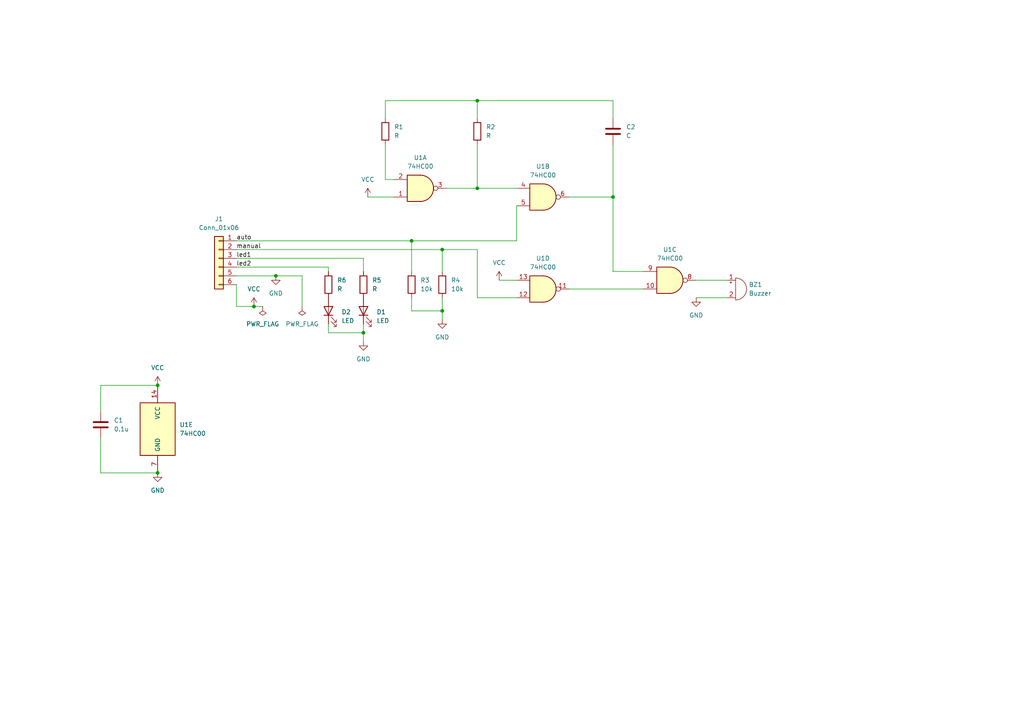
<source format=kicad_sch>
(kicad_sch (version 20211123) (generator eeschema)

  (uuid e63e39d7-6ac0-4ffd-8aa3-1841a4541b55)

  (paper "A4")

  (lib_symbols
    (symbol "74xx:74HC00" (pin_names (offset 1.016)) (in_bom yes) (on_board yes)
      (property "Reference" "U" (id 0) (at 0 1.27 0)
        (effects (font (size 1.27 1.27)))
      )
      (property "Value" "74HC00" (id 1) (at 0 -1.27 0)
        (effects (font (size 1.27 1.27)))
      )
      (property "Footprint" "" (id 2) (at 0 0 0)
        (effects (font (size 1.27 1.27)) hide)
      )
      (property "Datasheet" "http://www.ti.com/lit/gpn/sn74hc00" (id 3) (at 0 0 0)
        (effects (font (size 1.27 1.27)) hide)
      )
      (property "ki_locked" "" (id 4) (at 0 0 0)
        (effects (font (size 1.27 1.27)))
      )
      (property "ki_keywords" "HCMOS nand 2-input" (id 5) (at 0 0 0)
        (effects (font (size 1.27 1.27)) hide)
      )
      (property "ki_description" "quad 2-input NAND gate" (id 6) (at 0 0 0)
        (effects (font (size 1.27 1.27)) hide)
      )
      (property "ki_fp_filters" "DIP*W7.62mm* SO14*" (id 7) (at 0 0 0)
        (effects (font (size 1.27 1.27)) hide)
      )
      (symbol "74HC00_1_1"
        (arc (start 0 -3.81) (mid 3.81 0) (end 0 3.81)
          (stroke (width 0.254) (type default) (color 0 0 0 0))
          (fill (type background))
        )
        (polyline
          (pts
            (xy 0 3.81)
            (xy -3.81 3.81)
            (xy -3.81 -3.81)
            (xy 0 -3.81)
          )
          (stroke (width 0.254) (type default) (color 0 0 0 0))
          (fill (type background))
        )
        (pin input line (at -7.62 2.54 0) (length 3.81)
          (name "~" (effects (font (size 1.27 1.27))))
          (number "1" (effects (font (size 1.27 1.27))))
        )
        (pin input line (at -7.62 -2.54 0) (length 3.81)
          (name "~" (effects (font (size 1.27 1.27))))
          (number "2" (effects (font (size 1.27 1.27))))
        )
        (pin output inverted (at 7.62 0 180) (length 3.81)
          (name "~" (effects (font (size 1.27 1.27))))
          (number "3" (effects (font (size 1.27 1.27))))
        )
      )
      (symbol "74HC00_1_2"
        (arc (start -3.81 -3.81) (mid -2.589 0) (end -3.81 3.81)
          (stroke (width 0.254) (type default) (color 0 0 0 0))
          (fill (type none))
        )
        (arc (start -0.6096 -3.81) (mid 2.1855 -2.584) (end 3.81 0)
          (stroke (width 0.254) (type default) (color 0 0 0 0))
          (fill (type background))
        )
        (polyline
          (pts
            (xy -3.81 -3.81)
            (xy -0.635 -3.81)
          )
          (stroke (width 0.254) (type default) (color 0 0 0 0))
          (fill (type background))
        )
        (polyline
          (pts
            (xy -3.81 3.81)
            (xy -0.635 3.81)
          )
          (stroke (width 0.254) (type default) (color 0 0 0 0))
          (fill (type background))
        )
        (polyline
          (pts
            (xy -0.635 3.81)
            (xy -3.81 3.81)
            (xy -3.81 3.81)
            (xy -3.556 3.4036)
            (xy -3.0226 2.2606)
            (xy -2.6924 1.0414)
            (xy -2.6162 -0.254)
            (xy -2.7686 -1.4986)
            (xy -3.175 -2.7178)
            (xy -3.81 -3.81)
            (xy -3.81 -3.81)
            (xy -0.635 -3.81)
          )
          (stroke (width -25.4) (type default) (color 0 0 0 0))
          (fill (type background))
        )
        (arc (start 3.81 0) (mid 2.1928 2.5925) (end -0.6096 3.81)
          (stroke (width 0.254) (type default) (color 0 0 0 0))
          (fill (type background))
        )
        (pin input inverted (at -7.62 2.54 0) (length 4.318)
          (name "~" (effects (font (size 1.27 1.27))))
          (number "1" (effects (font (size 1.27 1.27))))
        )
        (pin input inverted (at -7.62 -2.54 0) (length 4.318)
          (name "~" (effects (font (size 1.27 1.27))))
          (number "2" (effects (font (size 1.27 1.27))))
        )
        (pin output line (at 7.62 0 180) (length 3.81)
          (name "~" (effects (font (size 1.27 1.27))))
          (number "3" (effects (font (size 1.27 1.27))))
        )
      )
      (symbol "74HC00_2_1"
        (arc (start 0 -3.81) (mid 3.81 0) (end 0 3.81)
          (stroke (width 0.254) (type default) (color 0 0 0 0))
          (fill (type background))
        )
        (polyline
          (pts
            (xy 0 3.81)
            (xy -3.81 3.81)
            (xy -3.81 -3.81)
            (xy 0 -3.81)
          )
          (stroke (width 0.254) (type default) (color 0 0 0 0))
          (fill (type background))
        )
        (pin input line (at -7.62 2.54 0) (length 3.81)
          (name "~" (effects (font (size 1.27 1.27))))
          (number "4" (effects (font (size 1.27 1.27))))
        )
        (pin input line (at -7.62 -2.54 0) (length 3.81)
          (name "~" (effects (font (size 1.27 1.27))))
          (number "5" (effects (font (size 1.27 1.27))))
        )
        (pin output inverted (at 7.62 0 180) (length 3.81)
          (name "~" (effects (font (size 1.27 1.27))))
          (number "6" (effects (font (size 1.27 1.27))))
        )
      )
      (symbol "74HC00_2_2"
        (arc (start -3.81 -3.81) (mid -2.589 0) (end -3.81 3.81)
          (stroke (width 0.254) (type default) (color 0 0 0 0))
          (fill (type none))
        )
        (arc (start -0.6096 -3.81) (mid 2.1855 -2.584) (end 3.81 0)
          (stroke (width 0.254) (type default) (color 0 0 0 0))
          (fill (type background))
        )
        (polyline
          (pts
            (xy -3.81 -3.81)
            (xy -0.635 -3.81)
          )
          (stroke (width 0.254) (type default) (color 0 0 0 0))
          (fill (type background))
        )
        (polyline
          (pts
            (xy -3.81 3.81)
            (xy -0.635 3.81)
          )
          (stroke (width 0.254) (type default) (color 0 0 0 0))
          (fill (type background))
        )
        (polyline
          (pts
            (xy -0.635 3.81)
            (xy -3.81 3.81)
            (xy -3.81 3.81)
            (xy -3.556 3.4036)
            (xy -3.0226 2.2606)
            (xy -2.6924 1.0414)
            (xy -2.6162 -0.254)
            (xy -2.7686 -1.4986)
            (xy -3.175 -2.7178)
            (xy -3.81 -3.81)
            (xy -3.81 -3.81)
            (xy -0.635 -3.81)
          )
          (stroke (width -25.4) (type default) (color 0 0 0 0))
          (fill (type background))
        )
        (arc (start 3.81 0) (mid 2.1928 2.5925) (end -0.6096 3.81)
          (stroke (width 0.254) (type default) (color 0 0 0 0))
          (fill (type background))
        )
        (pin input inverted (at -7.62 2.54 0) (length 4.318)
          (name "~" (effects (font (size 1.27 1.27))))
          (number "4" (effects (font (size 1.27 1.27))))
        )
        (pin input inverted (at -7.62 -2.54 0) (length 4.318)
          (name "~" (effects (font (size 1.27 1.27))))
          (number "5" (effects (font (size 1.27 1.27))))
        )
        (pin output line (at 7.62 0 180) (length 3.81)
          (name "~" (effects (font (size 1.27 1.27))))
          (number "6" (effects (font (size 1.27 1.27))))
        )
      )
      (symbol "74HC00_3_1"
        (arc (start 0 -3.81) (mid 3.81 0) (end 0 3.81)
          (stroke (width 0.254) (type default) (color 0 0 0 0))
          (fill (type background))
        )
        (polyline
          (pts
            (xy 0 3.81)
            (xy -3.81 3.81)
            (xy -3.81 -3.81)
            (xy 0 -3.81)
          )
          (stroke (width 0.254) (type default) (color 0 0 0 0))
          (fill (type background))
        )
        (pin input line (at -7.62 -2.54 0) (length 3.81)
          (name "~" (effects (font (size 1.27 1.27))))
          (number "10" (effects (font (size 1.27 1.27))))
        )
        (pin output inverted (at 7.62 0 180) (length 3.81)
          (name "~" (effects (font (size 1.27 1.27))))
          (number "8" (effects (font (size 1.27 1.27))))
        )
        (pin input line (at -7.62 2.54 0) (length 3.81)
          (name "~" (effects (font (size 1.27 1.27))))
          (number "9" (effects (font (size 1.27 1.27))))
        )
      )
      (symbol "74HC00_3_2"
        (arc (start -3.81 -3.81) (mid -2.589 0) (end -3.81 3.81)
          (stroke (width 0.254) (type default) (color 0 0 0 0))
          (fill (type none))
        )
        (arc (start -0.6096 -3.81) (mid 2.1855 -2.584) (end 3.81 0)
          (stroke (width 0.254) (type default) (color 0 0 0 0))
          (fill (type background))
        )
        (polyline
          (pts
            (xy -3.81 -3.81)
            (xy -0.635 -3.81)
          )
          (stroke (width 0.254) (type default) (color 0 0 0 0))
          (fill (type background))
        )
        (polyline
          (pts
            (xy -3.81 3.81)
            (xy -0.635 3.81)
          )
          (stroke (width 0.254) (type default) (color 0 0 0 0))
          (fill (type background))
        )
        (polyline
          (pts
            (xy -0.635 3.81)
            (xy -3.81 3.81)
            (xy -3.81 3.81)
            (xy -3.556 3.4036)
            (xy -3.0226 2.2606)
            (xy -2.6924 1.0414)
            (xy -2.6162 -0.254)
            (xy -2.7686 -1.4986)
            (xy -3.175 -2.7178)
            (xy -3.81 -3.81)
            (xy -3.81 -3.81)
            (xy -0.635 -3.81)
          )
          (stroke (width -25.4) (type default) (color 0 0 0 0))
          (fill (type background))
        )
        (arc (start 3.81 0) (mid 2.1928 2.5925) (end -0.6096 3.81)
          (stroke (width 0.254) (type default) (color 0 0 0 0))
          (fill (type background))
        )
        (pin input inverted (at -7.62 -2.54 0) (length 4.318)
          (name "~" (effects (font (size 1.27 1.27))))
          (number "10" (effects (font (size 1.27 1.27))))
        )
        (pin output line (at 7.62 0 180) (length 3.81)
          (name "~" (effects (font (size 1.27 1.27))))
          (number "8" (effects (font (size 1.27 1.27))))
        )
        (pin input inverted (at -7.62 2.54 0) (length 4.318)
          (name "~" (effects (font (size 1.27 1.27))))
          (number "9" (effects (font (size 1.27 1.27))))
        )
      )
      (symbol "74HC00_4_1"
        (arc (start 0 -3.81) (mid 3.81 0) (end 0 3.81)
          (stroke (width 0.254) (type default) (color 0 0 0 0))
          (fill (type background))
        )
        (polyline
          (pts
            (xy 0 3.81)
            (xy -3.81 3.81)
            (xy -3.81 -3.81)
            (xy 0 -3.81)
          )
          (stroke (width 0.254) (type default) (color 0 0 0 0))
          (fill (type background))
        )
        (pin output inverted (at 7.62 0 180) (length 3.81)
          (name "~" (effects (font (size 1.27 1.27))))
          (number "11" (effects (font (size 1.27 1.27))))
        )
        (pin input line (at -7.62 2.54 0) (length 3.81)
          (name "~" (effects (font (size 1.27 1.27))))
          (number "12" (effects (font (size 1.27 1.27))))
        )
        (pin input line (at -7.62 -2.54 0) (length 3.81)
          (name "~" (effects (font (size 1.27 1.27))))
          (number "13" (effects (font (size 1.27 1.27))))
        )
      )
      (symbol "74HC00_4_2"
        (arc (start -3.81 -3.81) (mid -2.589 0) (end -3.81 3.81)
          (stroke (width 0.254) (type default) (color 0 0 0 0))
          (fill (type none))
        )
        (arc (start -0.6096 -3.81) (mid 2.1855 -2.584) (end 3.81 0)
          (stroke (width 0.254) (type default) (color 0 0 0 0))
          (fill (type background))
        )
        (polyline
          (pts
            (xy -3.81 -3.81)
            (xy -0.635 -3.81)
          )
          (stroke (width 0.254) (type default) (color 0 0 0 0))
          (fill (type background))
        )
        (polyline
          (pts
            (xy -3.81 3.81)
            (xy -0.635 3.81)
          )
          (stroke (width 0.254) (type default) (color 0 0 0 0))
          (fill (type background))
        )
        (polyline
          (pts
            (xy -0.635 3.81)
            (xy -3.81 3.81)
            (xy -3.81 3.81)
            (xy -3.556 3.4036)
            (xy -3.0226 2.2606)
            (xy -2.6924 1.0414)
            (xy -2.6162 -0.254)
            (xy -2.7686 -1.4986)
            (xy -3.175 -2.7178)
            (xy -3.81 -3.81)
            (xy -3.81 -3.81)
            (xy -0.635 -3.81)
          )
          (stroke (width -25.4) (type default) (color 0 0 0 0))
          (fill (type background))
        )
        (arc (start 3.81 0) (mid 2.1928 2.5925) (end -0.6096 3.81)
          (stroke (width 0.254) (type default) (color 0 0 0 0))
          (fill (type background))
        )
        (pin output line (at 7.62 0 180) (length 3.81)
          (name "~" (effects (font (size 1.27 1.27))))
          (number "11" (effects (font (size 1.27 1.27))))
        )
        (pin input inverted (at -7.62 2.54 0) (length 4.318)
          (name "~" (effects (font (size 1.27 1.27))))
          (number "12" (effects (font (size 1.27 1.27))))
        )
        (pin input inverted (at -7.62 -2.54 0) (length 4.318)
          (name "~" (effects (font (size 1.27 1.27))))
          (number "13" (effects (font (size 1.27 1.27))))
        )
      )
      (symbol "74HC00_5_0"
        (pin power_in line (at 0 12.7 270) (length 5.08)
          (name "VCC" (effects (font (size 1.27 1.27))))
          (number "14" (effects (font (size 1.27 1.27))))
        )
        (pin power_in line (at 0 -12.7 90) (length 5.08)
          (name "GND" (effects (font (size 1.27 1.27))))
          (number "7" (effects (font (size 1.27 1.27))))
        )
      )
      (symbol "74HC00_5_1"
        (rectangle (start -5.08 7.62) (end 5.08 -7.62)
          (stroke (width 0.254) (type default) (color 0 0 0 0))
          (fill (type background))
        )
      )
    )
    (symbol "Connector_Generic:Conn_01x06" (pin_names (offset 1.016) hide) (in_bom yes) (on_board yes)
      (property "Reference" "J" (id 0) (at 0 7.62 0)
        (effects (font (size 1.27 1.27)))
      )
      (property "Value" "Conn_01x06" (id 1) (at 0 -10.16 0)
        (effects (font (size 1.27 1.27)))
      )
      (property "Footprint" "" (id 2) (at 0 0 0)
        (effects (font (size 1.27 1.27)) hide)
      )
      (property "Datasheet" "~" (id 3) (at 0 0 0)
        (effects (font (size 1.27 1.27)) hide)
      )
      (property "ki_keywords" "connector" (id 4) (at 0 0 0)
        (effects (font (size 1.27 1.27)) hide)
      )
      (property "ki_description" "Generic connector, single row, 01x06, script generated (kicad-library-utils/schlib/autogen/connector/)" (id 5) (at 0 0 0)
        (effects (font (size 1.27 1.27)) hide)
      )
      (property "ki_fp_filters" "Connector*:*_1x??_*" (id 6) (at 0 0 0)
        (effects (font (size 1.27 1.27)) hide)
      )
      (symbol "Conn_01x06_1_1"
        (rectangle (start -1.27 -7.493) (end 0 -7.747)
          (stroke (width 0.1524) (type default) (color 0 0 0 0))
          (fill (type none))
        )
        (rectangle (start -1.27 -4.953) (end 0 -5.207)
          (stroke (width 0.1524) (type default) (color 0 0 0 0))
          (fill (type none))
        )
        (rectangle (start -1.27 -2.413) (end 0 -2.667)
          (stroke (width 0.1524) (type default) (color 0 0 0 0))
          (fill (type none))
        )
        (rectangle (start -1.27 0.127) (end 0 -0.127)
          (stroke (width 0.1524) (type default) (color 0 0 0 0))
          (fill (type none))
        )
        (rectangle (start -1.27 2.667) (end 0 2.413)
          (stroke (width 0.1524) (type default) (color 0 0 0 0))
          (fill (type none))
        )
        (rectangle (start -1.27 5.207) (end 0 4.953)
          (stroke (width 0.1524) (type default) (color 0 0 0 0))
          (fill (type none))
        )
        (rectangle (start -1.27 6.35) (end 1.27 -8.89)
          (stroke (width 0.254) (type default) (color 0 0 0 0))
          (fill (type background))
        )
        (pin passive line (at -5.08 5.08 0) (length 3.81)
          (name "Pin_1" (effects (font (size 1.27 1.27))))
          (number "1" (effects (font (size 1.27 1.27))))
        )
        (pin passive line (at -5.08 2.54 0) (length 3.81)
          (name "Pin_2" (effects (font (size 1.27 1.27))))
          (number "2" (effects (font (size 1.27 1.27))))
        )
        (pin passive line (at -5.08 0 0) (length 3.81)
          (name "Pin_3" (effects (font (size 1.27 1.27))))
          (number "3" (effects (font (size 1.27 1.27))))
        )
        (pin passive line (at -5.08 -2.54 0) (length 3.81)
          (name "Pin_4" (effects (font (size 1.27 1.27))))
          (number "4" (effects (font (size 1.27 1.27))))
        )
        (pin passive line (at -5.08 -5.08 0) (length 3.81)
          (name "Pin_5" (effects (font (size 1.27 1.27))))
          (number "5" (effects (font (size 1.27 1.27))))
        )
        (pin passive line (at -5.08 -7.62 0) (length 3.81)
          (name "Pin_6" (effects (font (size 1.27 1.27))))
          (number "6" (effects (font (size 1.27 1.27))))
        )
      )
    )
    (symbol "Device:Buzzer" (pin_names (offset 0.0254) hide) (in_bom yes) (on_board yes)
      (property "Reference" "BZ" (id 0) (at 3.81 1.27 0)
        (effects (font (size 1.27 1.27)) (justify left))
      )
      (property "Value" "Buzzer" (id 1) (at 3.81 -1.27 0)
        (effects (font (size 1.27 1.27)) (justify left))
      )
      (property "Footprint" "" (id 2) (at -0.635 2.54 90)
        (effects (font (size 1.27 1.27)) hide)
      )
      (property "Datasheet" "~" (id 3) (at -0.635 2.54 90)
        (effects (font (size 1.27 1.27)) hide)
      )
      (property "ki_keywords" "quartz resonator ceramic" (id 4) (at 0 0 0)
        (effects (font (size 1.27 1.27)) hide)
      )
      (property "ki_description" "Buzzer, polarized" (id 5) (at 0 0 0)
        (effects (font (size 1.27 1.27)) hide)
      )
      (property "ki_fp_filters" "*Buzzer*" (id 6) (at 0 0 0)
        (effects (font (size 1.27 1.27)) hide)
      )
      (symbol "Buzzer_0_1"
        (arc (start 0 -3.175) (mid 3.175 0) (end 0 3.175)
          (stroke (width 0) (type default) (color 0 0 0 0))
          (fill (type none))
        )
        (polyline
          (pts
            (xy -1.651 1.905)
            (xy -1.143 1.905)
          )
          (stroke (width 0) (type default) (color 0 0 0 0))
          (fill (type none))
        )
        (polyline
          (pts
            (xy -1.397 2.159)
            (xy -1.397 1.651)
          )
          (stroke (width 0) (type default) (color 0 0 0 0))
          (fill (type none))
        )
        (polyline
          (pts
            (xy 0 3.175)
            (xy 0 -3.175)
          )
          (stroke (width 0) (type default) (color 0 0 0 0))
          (fill (type none))
        )
      )
      (symbol "Buzzer_1_1"
        (pin passive line (at -2.54 2.54 0) (length 2.54)
          (name "-" (effects (font (size 1.27 1.27))))
          (number "1" (effects (font (size 1.27 1.27))))
        )
        (pin passive line (at -2.54 -2.54 0) (length 2.54)
          (name "+" (effects (font (size 1.27 1.27))))
          (number "2" (effects (font (size 1.27 1.27))))
        )
      )
    )
    (symbol "Device:C" (pin_numbers hide) (pin_names (offset 0.254)) (in_bom yes) (on_board yes)
      (property "Reference" "C" (id 0) (at 0.635 2.54 0)
        (effects (font (size 1.27 1.27)) (justify left))
      )
      (property "Value" "C" (id 1) (at 0.635 -2.54 0)
        (effects (font (size 1.27 1.27)) (justify left))
      )
      (property "Footprint" "" (id 2) (at 0.9652 -3.81 0)
        (effects (font (size 1.27 1.27)) hide)
      )
      (property "Datasheet" "~" (id 3) (at 0 0 0)
        (effects (font (size 1.27 1.27)) hide)
      )
      (property "ki_keywords" "cap capacitor" (id 4) (at 0 0 0)
        (effects (font (size 1.27 1.27)) hide)
      )
      (property "ki_description" "Unpolarized capacitor" (id 5) (at 0 0 0)
        (effects (font (size 1.27 1.27)) hide)
      )
      (property "ki_fp_filters" "C_*" (id 6) (at 0 0 0)
        (effects (font (size 1.27 1.27)) hide)
      )
      (symbol "C_0_1"
        (polyline
          (pts
            (xy -2.032 -0.762)
            (xy 2.032 -0.762)
          )
          (stroke (width 0.508) (type default) (color 0 0 0 0))
          (fill (type none))
        )
        (polyline
          (pts
            (xy -2.032 0.762)
            (xy 2.032 0.762)
          )
          (stroke (width 0.508) (type default) (color 0 0 0 0))
          (fill (type none))
        )
      )
      (symbol "C_1_1"
        (pin passive line (at 0 3.81 270) (length 2.794)
          (name "~" (effects (font (size 1.27 1.27))))
          (number "1" (effects (font (size 1.27 1.27))))
        )
        (pin passive line (at 0 -3.81 90) (length 2.794)
          (name "~" (effects (font (size 1.27 1.27))))
          (number "2" (effects (font (size 1.27 1.27))))
        )
      )
    )
    (symbol "Device:LED" (pin_numbers hide) (pin_names (offset 1.016) hide) (in_bom yes) (on_board yes)
      (property "Reference" "D" (id 0) (at 0 2.54 0)
        (effects (font (size 1.27 1.27)))
      )
      (property "Value" "LED" (id 1) (at 0 -2.54 0)
        (effects (font (size 1.27 1.27)))
      )
      (property "Footprint" "" (id 2) (at 0 0 0)
        (effects (font (size 1.27 1.27)) hide)
      )
      (property "Datasheet" "~" (id 3) (at 0 0 0)
        (effects (font (size 1.27 1.27)) hide)
      )
      (property "ki_keywords" "LED diode" (id 4) (at 0 0 0)
        (effects (font (size 1.27 1.27)) hide)
      )
      (property "ki_description" "Light emitting diode" (id 5) (at 0 0 0)
        (effects (font (size 1.27 1.27)) hide)
      )
      (property "ki_fp_filters" "LED* LED_SMD:* LED_THT:*" (id 6) (at 0 0 0)
        (effects (font (size 1.27 1.27)) hide)
      )
      (symbol "LED_0_1"
        (polyline
          (pts
            (xy -1.27 -1.27)
            (xy -1.27 1.27)
          )
          (stroke (width 0.254) (type default) (color 0 0 0 0))
          (fill (type none))
        )
        (polyline
          (pts
            (xy -1.27 0)
            (xy 1.27 0)
          )
          (stroke (width 0) (type default) (color 0 0 0 0))
          (fill (type none))
        )
        (polyline
          (pts
            (xy 1.27 -1.27)
            (xy 1.27 1.27)
            (xy -1.27 0)
            (xy 1.27 -1.27)
          )
          (stroke (width 0.254) (type default) (color 0 0 0 0))
          (fill (type none))
        )
        (polyline
          (pts
            (xy -3.048 -0.762)
            (xy -4.572 -2.286)
            (xy -3.81 -2.286)
            (xy -4.572 -2.286)
            (xy -4.572 -1.524)
          )
          (stroke (width 0) (type default) (color 0 0 0 0))
          (fill (type none))
        )
        (polyline
          (pts
            (xy -1.778 -0.762)
            (xy -3.302 -2.286)
            (xy -2.54 -2.286)
            (xy -3.302 -2.286)
            (xy -3.302 -1.524)
          )
          (stroke (width 0) (type default) (color 0 0 0 0))
          (fill (type none))
        )
      )
      (symbol "LED_1_1"
        (pin passive line (at -3.81 0 0) (length 2.54)
          (name "K" (effects (font (size 1.27 1.27))))
          (number "1" (effects (font (size 1.27 1.27))))
        )
        (pin passive line (at 3.81 0 180) (length 2.54)
          (name "A" (effects (font (size 1.27 1.27))))
          (number "2" (effects (font (size 1.27 1.27))))
        )
      )
    )
    (symbol "Device:R" (pin_numbers hide) (pin_names (offset 0)) (in_bom yes) (on_board yes)
      (property "Reference" "R" (id 0) (at 2.032 0 90)
        (effects (font (size 1.27 1.27)))
      )
      (property "Value" "R" (id 1) (at 0 0 90)
        (effects (font (size 1.27 1.27)))
      )
      (property "Footprint" "" (id 2) (at -1.778 0 90)
        (effects (font (size 1.27 1.27)) hide)
      )
      (property "Datasheet" "~" (id 3) (at 0 0 0)
        (effects (font (size 1.27 1.27)) hide)
      )
      (property "ki_keywords" "R res resistor" (id 4) (at 0 0 0)
        (effects (font (size 1.27 1.27)) hide)
      )
      (property "ki_description" "Resistor" (id 5) (at 0 0 0)
        (effects (font (size 1.27 1.27)) hide)
      )
      (property "ki_fp_filters" "R_*" (id 6) (at 0 0 0)
        (effects (font (size 1.27 1.27)) hide)
      )
      (symbol "R_0_1"
        (rectangle (start -1.016 -2.54) (end 1.016 2.54)
          (stroke (width 0.254) (type default) (color 0 0 0 0))
          (fill (type none))
        )
      )
      (symbol "R_1_1"
        (pin passive line (at 0 3.81 270) (length 1.27)
          (name "~" (effects (font (size 1.27 1.27))))
          (number "1" (effects (font (size 1.27 1.27))))
        )
        (pin passive line (at 0 -3.81 90) (length 1.27)
          (name "~" (effects (font (size 1.27 1.27))))
          (number "2" (effects (font (size 1.27 1.27))))
        )
      )
    )
    (symbol "power:GND" (power) (pin_names (offset 0)) (in_bom yes) (on_board yes)
      (property "Reference" "#PWR" (id 0) (at 0 -6.35 0)
        (effects (font (size 1.27 1.27)) hide)
      )
      (property "Value" "GND" (id 1) (at 0 -3.81 0)
        (effects (font (size 1.27 1.27)))
      )
      (property "Footprint" "" (id 2) (at 0 0 0)
        (effects (font (size 1.27 1.27)) hide)
      )
      (property "Datasheet" "" (id 3) (at 0 0 0)
        (effects (font (size 1.27 1.27)) hide)
      )
      (property "ki_keywords" "power-flag" (id 4) (at 0 0 0)
        (effects (font (size 1.27 1.27)) hide)
      )
      (property "ki_description" "Power symbol creates a global label with name \"GND\" , ground" (id 5) (at 0 0 0)
        (effects (font (size 1.27 1.27)) hide)
      )
      (symbol "GND_0_1"
        (polyline
          (pts
            (xy 0 0)
            (xy 0 -1.27)
            (xy 1.27 -1.27)
            (xy 0 -2.54)
            (xy -1.27 -1.27)
            (xy 0 -1.27)
          )
          (stroke (width 0) (type default) (color 0 0 0 0))
          (fill (type none))
        )
      )
      (symbol "GND_1_1"
        (pin power_in line (at 0 0 270) (length 0) hide
          (name "GND" (effects (font (size 1.27 1.27))))
          (number "1" (effects (font (size 1.27 1.27))))
        )
      )
    )
    (symbol "power:PWR_FLAG" (power) (pin_numbers hide) (pin_names (offset 0) hide) (in_bom yes) (on_board yes)
      (property "Reference" "#FLG" (id 0) (at 0 1.905 0)
        (effects (font (size 1.27 1.27)) hide)
      )
      (property "Value" "PWR_FLAG" (id 1) (at 0 3.81 0)
        (effects (font (size 1.27 1.27)))
      )
      (property "Footprint" "" (id 2) (at 0 0 0)
        (effects (font (size 1.27 1.27)) hide)
      )
      (property "Datasheet" "~" (id 3) (at 0 0 0)
        (effects (font (size 1.27 1.27)) hide)
      )
      (property "ki_keywords" "power-flag" (id 4) (at 0 0 0)
        (effects (font (size 1.27 1.27)) hide)
      )
      (property "ki_description" "Special symbol for telling ERC where power comes from" (id 5) (at 0 0 0)
        (effects (font (size 1.27 1.27)) hide)
      )
      (symbol "PWR_FLAG_0_0"
        (pin power_out line (at 0 0 90) (length 0)
          (name "pwr" (effects (font (size 1.27 1.27))))
          (number "1" (effects (font (size 1.27 1.27))))
        )
      )
      (symbol "PWR_FLAG_0_1"
        (polyline
          (pts
            (xy 0 0)
            (xy 0 1.27)
            (xy -1.016 1.905)
            (xy 0 2.54)
            (xy 1.016 1.905)
            (xy 0 1.27)
          )
          (stroke (width 0) (type default) (color 0 0 0 0))
          (fill (type none))
        )
      )
    )
    (symbol "power:VCC" (power) (pin_names (offset 0)) (in_bom yes) (on_board yes)
      (property "Reference" "#PWR" (id 0) (at 0 -3.81 0)
        (effects (font (size 1.27 1.27)) hide)
      )
      (property "Value" "VCC" (id 1) (at 0 3.81 0)
        (effects (font (size 1.27 1.27)))
      )
      (property "Footprint" "" (id 2) (at 0 0 0)
        (effects (font (size 1.27 1.27)) hide)
      )
      (property "Datasheet" "" (id 3) (at 0 0 0)
        (effects (font (size 1.27 1.27)) hide)
      )
      (property "ki_keywords" "power-flag" (id 4) (at 0 0 0)
        (effects (font (size 1.27 1.27)) hide)
      )
      (property "ki_description" "Power symbol creates a global label with name \"VCC\"" (id 5) (at 0 0 0)
        (effects (font (size 1.27 1.27)) hide)
      )
      (symbol "VCC_0_1"
        (polyline
          (pts
            (xy -0.762 1.27)
            (xy 0 2.54)
          )
          (stroke (width 0) (type default) (color 0 0 0 0))
          (fill (type none))
        )
        (polyline
          (pts
            (xy 0 0)
            (xy 0 2.54)
          )
          (stroke (width 0) (type default) (color 0 0 0 0))
          (fill (type none))
        )
        (polyline
          (pts
            (xy 0 2.54)
            (xy 0.762 1.27)
          )
          (stroke (width 0) (type default) (color 0 0 0 0))
          (fill (type none))
        )
      )
      (symbol "VCC_1_1"
        (pin power_in line (at 0 0 90) (length 0) hide
          (name "VCC" (effects (font (size 1.27 1.27))))
          (number "1" (effects (font (size 1.27 1.27))))
        )
      )
    )
  )

  (junction (at 45.72 111.76) (diameter 0) (color 0 0 0 0)
    (uuid 0543a092-94d5-4c57-ad50-3b1ead9f026d)
  )
  (junction (at 80.01 80.01) (diameter 0) (color 0 0 0 0)
    (uuid 0c0d9cdd-bad3-4223-bc8d-287c4860701f)
  )
  (junction (at 138.43 54.61) (diameter 0) (color 0 0 0 0)
    (uuid 2c3bdee3-131c-4ab9-b0f8-006d1db84015)
  )
  (junction (at 138.43 29.21) (diameter 0) (color 0 0 0 0)
    (uuid 2fb54651-e5df-4ffd-bbfd-3329a8c51bec)
  )
  (junction (at 73.66 88.9) (diameter 0) (color 0 0 0 0)
    (uuid 3f903c4d-5deb-4766-a70d-fca87692c76b)
  )
  (junction (at 177.8 57.15) (diameter 0) (color 0 0 0 0)
    (uuid 9a1a2046-7857-43b3-805a-38aa42ddaa86)
  )
  (junction (at 119.38 69.85) (diameter 0) (color 0 0 0 0)
    (uuid a797df6b-da07-482e-92c5-64657eedd921)
  )
  (junction (at 128.27 90.17) (diameter 0) (color 0 0 0 0)
    (uuid af523c43-509d-482a-867a-108f216f919a)
  )
  (junction (at 45.72 137.16) (diameter 0) (color 0 0 0 0)
    (uuid c6cd3ce4-573c-4bd4-9ed2-8437a3f70ef1)
  )
  (junction (at 105.41 96.52) (diameter 0) (color 0 0 0 0)
    (uuid d3f194e7-b12a-4b58-8c8d-71ab6a184545)
  )
  (junction (at 128.27 72.39) (diameter 0) (color 0 0 0 0)
    (uuid f94c5fce-1d9e-4753-9ac6-ab19b89526a9)
  )

  (wire (pts (xy 95.25 93.98) (xy 95.25 96.52))
    (stroke (width 0) (type default) (color 0 0 0 0))
    (uuid 00345c8e-1bf2-4fa2-ab66-bb244c7ca564)
  )
  (wire (pts (xy 29.21 127) (xy 29.21 137.16))
    (stroke (width 0) (type default) (color 0 0 0 0))
    (uuid 0ada0838-2ca5-4044-ac89-860e060787ba)
  )
  (wire (pts (xy 80.01 80.01) (xy 87.63 80.01))
    (stroke (width 0) (type default) (color 0 0 0 0))
    (uuid 0d9f84d1-16f8-4009-90f2-5d4ad6c8401e)
  )
  (wire (pts (xy 106.68 57.15) (xy 114.3 57.15))
    (stroke (width 0) (type default) (color 0 0 0 0))
    (uuid 0dccfc25-377d-4243-b07c-b0069b2b26c1)
  )
  (wire (pts (xy 73.66 88.9) (xy 76.2 88.9))
    (stroke (width 0) (type default) (color 0 0 0 0))
    (uuid 174c0103-2ae5-4b43-aaf4-b6d35d41f6cb)
  )
  (wire (pts (xy 68.58 72.39) (xy 128.27 72.39))
    (stroke (width 0) (type default) (color 0 0 0 0))
    (uuid 17843e8f-c02f-4792-b2c4-f61637f8e598)
  )
  (wire (pts (xy 177.8 78.74) (xy 186.69 78.74))
    (stroke (width 0) (type default) (color 0 0 0 0))
    (uuid 1a52a89c-8682-4b86-96c8-37e2c23085b0)
  )
  (wire (pts (xy 111.76 29.21) (xy 138.43 29.21))
    (stroke (width 0) (type default) (color 0 0 0 0))
    (uuid 1f5beb24-3b2e-478d-868e-22a9166bce3e)
  )
  (wire (pts (xy 165.1 83.82) (xy 186.69 83.82))
    (stroke (width 0) (type default) (color 0 0 0 0))
    (uuid 2249d8be-d947-462b-ae35-a1d0232aef5b)
  )
  (wire (pts (xy 119.38 69.85) (xy 119.38 78.74))
    (stroke (width 0) (type default) (color 0 0 0 0))
    (uuid 224b990f-fd77-41ae-a3cf-87a7de63eb0d)
  )
  (wire (pts (xy 68.58 74.93) (xy 105.41 74.93))
    (stroke (width 0) (type default) (color 0 0 0 0))
    (uuid 23185940-8d3f-4079-85a5-a7e34545c4ce)
  )
  (wire (pts (xy 114.3 52.07) (xy 111.76 52.07))
    (stroke (width 0) (type default) (color 0 0 0 0))
    (uuid 23ba4a6c-f61a-46f3-ac75-8bb5e52597b6)
  )
  (wire (pts (xy 68.58 88.9) (xy 73.66 88.9))
    (stroke (width 0) (type default) (color 0 0 0 0))
    (uuid 2ae71ce8-c768-4bc7-850c-bd0af025c583)
  )
  (wire (pts (xy 201.93 81.28) (xy 210.82 81.28))
    (stroke (width 0) (type default) (color 0 0 0 0))
    (uuid 2bdf0d10-74aa-4e61-82e9-546f713cd415)
  )
  (wire (pts (xy 105.41 96.52) (xy 105.41 99.06))
    (stroke (width 0) (type default) (color 0 0 0 0))
    (uuid 2f0f9b5e-8bba-4492-8899-5bd228117b31)
  )
  (wire (pts (xy 119.38 86.36) (xy 119.38 90.17))
    (stroke (width 0) (type default) (color 0 0 0 0))
    (uuid 30cd9c82-7ade-467e-870c-930f2e6dc805)
  )
  (wire (pts (xy 87.63 80.01) (xy 87.63 88.9))
    (stroke (width 0) (type default) (color 0 0 0 0))
    (uuid 3523257f-57e7-4232-a802-c53fd34e2bae)
  )
  (wire (pts (xy 201.93 86.36) (xy 210.82 86.36))
    (stroke (width 0) (type default) (color 0 0 0 0))
    (uuid 39af4ec2-1853-4408-99b8-e325b7f05d81)
  )
  (wire (pts (xy 128.27 86.36) (xy 128.27 90.17))
    (stroke (width 0) (type default) (color 0 0 0 0))
    (uuid 3a15b05f-a485-4232-bc74-722473e5e75a)
  )
  (wire (pts (xy 177.8 57.15) (xy 177.8 78.74))
    (stroke (width 0) (type default) (color 0 0 0 0))
    (uuid 3b7f0654-6e72-42da-835b-cdd9d7384bf4)
  )
  (wire (pts (xy 165.1 57.15) (xy 177.8 57.15))
    (stroke (width 0) (type default) (color 0 0 0 0))
    (uuid 42eaa9c5-0fee-4a98-add2-e062176deef9)
  )
  (wire (pts (xy 138.43 54.61) (xy 149.86 54.61))
    (stroke (width 0) (type default) (color 0 0 0 0))
    (uuid 5617c1e9-a065-416b-bb66-eca08e9f071b)
  )
  (wire (pts (xy 45.72 111.76) (xy 29.21 111.76))
    (stroke (width 0) (type default) (color 0 0 0 0))
    (uuid 58d0b8c5-b942-4515-9855-f901e0354a48)
  )
  (wire (pts (xy 111.76 29.21) (xy 111.76 34.29))
    (stroke (width 0) (type default) (color 0 0 0 0))
    (uuid 598f9c04-a2c7-45cb-a1dc-7583607665ff)
  )
  (wire (pts (xy 68.58 80.01) (xy 80.01 80.01))
    (stroke (width 0) (type default) (color 0 0 0 0))
    (uuid 5e0a9418-59d8-481b-bed5-9d5b17b4e4f2)
  )
  (wire (pts (xy 105.41 93.98) (xy 105.41 96.52))
    (stroke (width 0) (type default) (color 0 0 0 0))
    (uuid 64d234e6-9557-4892-b506-831607f8df49)
  )
  (wire (pts (xy 138.43 29.21) (xy 138.43 34.29))
    (stroke (width 0) (type default) (color 0 0 0 0))
    (uuid 680efd95-5e89-4585-8556-b7b485a85eb9)
  )
  (wire (pts (xy 128.27 72.39) (xy 138.43 72.39))
    (stroke (width 0) (type default) (color 0 0 0 0))
    (uuid 686636c6-e19c-4ad9-9861-8768e40f6c72)
  )
  (wire (pts (xy 119.38 90.17) (xy 128.27 90.17))
    (stroke (width 0) (type default) (color 0 0 0 0))
    (uuid 80ffd389-819c-4909-bdfd-368e74418af9)
  )
  (wire (pts (xy 138.43 41.91) (xy 138.43 54.61))
    (stroke (width 0) (type default) (color 0 0 0 0))
    (uuid 81c1edbd-d673-47e3-96a5-c7bd6de84919)
  )
  (wire (pts (xy 128.27 90.17) (xy 128.27 92.71))
    (stroke (width 0) (type default) (color 0 0 0 0))
    (uuid 85f2da59-dd5e-4824-a5b5-e68beb13291d)
  )
  (wire (pts (xy 129.54 54.61) (xy 138.43 54.61))
    (stroke (width 0) (type default) (color 0 0 0 0))
    (uuid 8f1094ac-8439-4f2a-b1db-d1b404a9ad3d)
  )
  (wire (pts (xy 149.86 69.85) (xy 149.86 59.69))
    (stroke (width 0) (type default) (color 0 0 0 0))
    (uuid 92b4afb9-8b98-4c28-933d-da5a2799c5c9)
  )
  (wire (pts (xy 68.58 82.55) (xy 68.58 88.9))
    (stroke (width 0) (type default) (color 0 0 0 0))
    (uuid 974dc5f0-3500-4950-b40e-1dcd627496a2)
  )
  (wire (pts (xy 128.27 72.39) (xy 128.27 78.74))
    (stroke (width 0) (type default) (color 0 0 0 0))
    (uuid 9c812173-1e0a-4bb6-9d75-7e1d2f57ad00)
  )
  (wire (pts (xy 68.58 69.85) (xy 119.38 69.85))
    (stroke (width 0) (type default) (color 0 0 0 0))
    (uuid a9fb15ee-d8b1-42ce-8da2-6c6577e61ec9)
  )
  (wire (pts (xy 29.21 111.76) (xy 29.21 119.38))
    (stroke (width 0) (type default) (color 0 0 0 0))
    (uuid acb2acbb-a6de-449d-8d40-276c0f1ab4d8)
  )
  (wire (pts (xy 95.25 77.47) (xy 68.58 77.47))
    (stroke (width 0) (type default) (color 0 0 0 0))
    (uuid b65f4776-177b-41fd-9262-7772a89f7649)
  )
  (wire (pts (xy 138.43 29.21) (xy 177.8 29.21))
    (stroke (width 0) (type default) (color 0 0 0 0))
    (uuid b75516d0-dd37-4180-8644-e257accedd0d)
  )
  (wire (pts (xy 144.78 81.28) (xy 149.86 81.28))
    (stroke (width 0) (type default) (color 0 0 0 0))
    (uuid b7a3823e-7340-417b-9709-17c45c0b343a)
  )
  (wire (pts (xy 95.25 96.52) (xy 105.41 96.52))
    (stroke (width 0) (type default) (color 0 0 0 0))
    (uuid beb318f5-1998-42dd-b99d-198efc3a9853)
  )
  (wire (pts (xy 177.8 41.91) (xy 177.8 57.15))
    (stroke (width 0) (type default) (color 0 0 0 0))
    (uuid c030468a-d468-416f-9a15-2fe570be486d)
  )
  (wire (pts (xy 95.25 78.74) (xy 95.25 77.47))
    (stroke (width 0) (type default) (color 0 0 0 0))
    (uuid ca13821c-4cd3-4f9a-99c1-0ab8bf2e9b5a)
  )
  (wire (pts (xy 119.38 69.85) (xy 149.86 69.85))
    (stroke (width 0) (type default) (color 0 0 0 0))
    (uuid da6019d7-3e6c-4a61-ae02-2b5da2b0c45f)
  )
  (wire (pts (xy 105.41 74.93) (xy 105.41 78.74))
    (stroke (width 0) (type default) (color 0 0 0 0))
    (uuid dcf04b3e-080f-4097-a964-6359e7a9d686)
  )
  (wire (pts (xy 138.43 72.39) (xy 138.43 86.36))
    (stroke (width 0) (type default) (color 0 0 0 0))
    (uuid de60e78d-b49c-4401-8a50-f68174472cb1)
  )
  (wire (pts (xy 29.21 137.16) (xy 45.72 137.16))
    (stroke (width 0) (type default) (color 0 0 0 0))
    (uuid ec477b90-f4cd-40d5-a8dc-9c283583c4f5)
  )
  (wire (pts (xy 138.43 86.36) (xy 149.86 86.36))
    (stroke (width 0) (type default) (color 0 0 0 0))
    (uuid f1653102-91a6-4e4b-9adb-0abe2f5eddd2)
  )
  (wire (pts (xy 111.76 52.07) (xy 111.76 41.91))
    (stroke (width 0) (type default) (color 0 0 0 0))
    (uuid f8d28331-eeae-4d87-867f-0a521759c2f1)
  )
  (wire (pts (xy 177.8 34.29) (xy 177.8 29.21))
    (stroke (width 0) (type default) (color 0 0 0 0))
    (uuid fbb6b872-3d3d-4726-84ce-fd13c7100781)
  )

  (label "auto" (at 68.58 69.85 0)
    (effects (font (size 1.27 1.27)) (justify left bottom))
    (uuid 1c77648d-f0c8-4e31-b256-ba93fcf62684)
  )
  (label "led1" (at 68.58 74.93 0)
    (effects (font (size 1.27 1.27)) (justify left bottom))
    (uuid 52601632-82d4-49f4-8d3e-30a884e6b927)
  )
  (label "led2" (at 68.58 77.47 0)
    (effects (font (size 1.27 1.27)) (justify left bottom))
    (uuid 86449dfe-caf0-48fb-8f91-9ce078c29c73)
  )
  (label "manual" (at 68.58 72.39 0)
    (effects (font (size 1.27 1.27)) (justify left bottom))
    (uuid 9d450d00-a95e-4ae8-9cdc-d70ad7fd6ed2)
  )

  (symbol (lib_id "74xx:74HC00") (at 45.72 124.46 0) (unit 5)
    (in_bom yes) (on_board yes) (fields_autoplaced)
    (uuid 054098ff-400b-4457-b57b-06529669971f)
    (property "Reference" "U1" (id 0) (at 52.07 123.1899 0)
      (effects (font (size 1.27 1.27)) (justify left))
    )
    (property "Value" "74HC00" (id 1) (at 52.07 125.7299 0)
      (effects (font (size 1.27 1.27)) (justify left))
    )
    (property "Footprint" "Package_SO:SO-14_5.3x10.2mm_P1.27mm" (id 2) (at 45.72 124.46 0)
      (effects (font (size 1.27 1.27)) hide)
    )
    (property "Datasheet" "http://www.ti.com/lit/gpn/sn74hc00" (id 3) (at 45.72 124.46 0)
      (effects (font (size 1.27 1.27)) hide)
    )
    (pin "14" (uuid 59885fbd-9866-47f4-888d-9cf27bcffe04))
    (pin "7" (uuid 1826b2cb-18b7-45db-a41b-bf429957bf54))
  )

  (symbol (lib_id "power:PWR_FLAG") (at 76.2 88.9 180) (unit 1)
    (in_bom yes) (on_board yes) (fields_autoplaced)
    (uuid 09ecb59d-405f-4b9b-85aa-0cb37b747d79)
    (property "Reference" "#FLG0101" (id 0) (at 76.2 90.805 0)
      (effects (font (size 1.27 1.27)) hide)
    )
    (property "Value" "PWR_FLAG" (id 1) (at 76.2 93.98 0))
    (property "Footprint" "" (id 2) (at 76.2 88.9 0)
      (effects (font (size 1.27 1.27)) hide)
    )
    (property "Datasheet" "~" (id 3) (at 76.2 88.9 0)
      (effects (font (size 1.27 1.27)) hide)
    )
    (pin "1" (uuid b0eabd34-802b-44cc-86ce-84bf6423da0c))
  )

  (symbol (lib_id "power:VCC") (at 73.66 88.9 0) (unit 1)
    (in_bom yes) (on_board yes) (fields_autoplaced)
    (uuid 1b95101a-987a-4427-b452-a806e51e2a07)
    (property "Reference" "#PWR0107" (id 0) (at 73.66 92.71 0)
      (effects (font (size 1.27 1.27)) hide)
    )
    (property "Value" "VCC" (id 1) (at 73.66 83.82 0))
    (property "Footprint" "" (id 2) (at 73.66 88.9 0)
      (effects (font (size 1.27 1.27)) hide)
    )
    (property "Datasheet" "" (id 3) (at 73.66 88.9 0)
      (effects (font (size 1.27 1.27)) hide)
    )
    (pin "1" (uuid 351e38e5-8979-45d6-ae75-ffba44bdf20e))
  )

  (symbol (lib_id "Device:R") (at 119.38 82.55 0) (unit 1)
    (in_bom yes) (on_board yes) (fields_autoplaced)
    (uuid 2f965ec6-eebf-4f70-bea4-b474e7279464)
    (property "Reference" "R3" (id 0) (at 121.92 81.2799 0)
      (effects (font (size 1.27 1.27)) (justify left))
    )
    (property "Value" "10k" (id 1) (at 121.92 83.8199 0)
      (effects (font (size 1.27 1.27)) (justify left))
    )
    (property "Footprint" "Resistor_SMD:R_0805_2012Metric_Pad1.20x1.40mm_HandSolder" (id 2) (at 117.602 82.55 90)
      (effects (font (size 1.27 1.27)) hide)
    )
    (property "Datasheet" "~" (id 3) (at 119.38 82.55 0)
      (effects (font (size 1.27 1.27)) hide)
    )
    (pin "1" (uuid a8c3a6c2-c4e9-43cf-b7d7-9d52f866a59b))
    (pin "2" (uuid 0655ddce-c9d5-485f-af2d-3a3b7a9f3c36))
  )

  (symbol (lib_id "power:GND") (at 80.01 80.01 0) (unit 1)
    (in_bom yes) (on_board yes) (fields_autoplaced)
    (uuid 3d239651-e8a4-42ae-a3e4-85fac5377cdd)
    (property "Reference" "#PWR0106" (id 0) (at 80.01 86.36 0)
      (effects (font (size 1.27 1.27)) hide)
    )
    (property "Value" "GND" (id 1) (at 80.01 85.09 0))
    (property "Footprint" "" (id 2) (at 80.01 80.01 0)
      (effects (font (size 1.27 1.27)) hide)
    )
    (property "Datasheet" "" (id 3) (at 80.01 80.01 0)
      (effects (font (size 1.27 1.27)) hide)
    )
    (pin "1" (uuid 5b63cc64-810d-4f99-a76a-a479ca0ef650))
  )

  (symbol (lib_id "Device:Buzzer") (at 213.36 83.82 0) (unit 1)
    (in_bom yes) (on_board yes) (fields_autoplaced)
    (uuid 3f02cb7e-2fd4-40dd-81fd-b0bcca195c72)
    (property "Reference" "BZ1" (id 0) (at 217.17 82.5499 0)
      (effects (font (size 1.27 1.27)) (justify left))
    )
    (property "Value" "Buzzer" (id 1) (at 217.17 85.0899 0)
      (effects (font (size 1.27 1.27)) (justify left))
    )
    (property "Footprint" "Buzzer_Beeper:Buzzer_TDK_PS1240P02BT_D12.2mm_H6.5mm" (id 2) (at 212.725 81.28 90)
      (effects (font (size 1.27 1.27)) hide)
    )
    (property "Datasheet" "~" (id 3) (at 212.725 81.28 90)
      (effects (font (size 1.27 1.27)) hide)
    )
    (pin "1" (uuid 4ba3ca72-da87-4ffd-863f-4f23bad3ae74))
    (pin "2" (uuid eb53381a-6142-40bc-bbd2-582e24f01124))
  )

  (symbol (lib_id "power:GND") (at 45.72 137.16 0) (unit 1)
    (in_bom yes) (on_board yes) (fields_autoplaced)
    (uuid 49b11d0c-c2d3-4265-b7a5-506a0b490e6e)
    (property "Reference" "#PWR0109" (id 0) (at 45.72 143.51 0)
      (effects (font (size 1.27 1.27)) hide)
    )
    (property "Value" "GND" (id 1) (at 45.72 142.24 0))
    (property "Footprint" "" (id 2) (at 45.72 137.16 0)
      (effects (font (size 1.27 1.27)) hide)
    )
    (property "Datasheet" "" (id 3) (at 45.72 137.16 0)
      (effects (font (size 1.27 1.27)) hide)
    )
    (pin "1" (uuid cd69f76c-3471-4553-9975-a6ad8918c4b4))
  )

  (symbol (lib_id "Device:LED") (at 105.41 90.17 90) (unit 1)
    (in_bom yes) (on_board yes) (fields_autoplaced)
    (uuid 5c6f857d-da36-4799-8b62-cfec1ac8a07c)
    (property "Reference" "D1" (id 0) (at 109.22 90.4874 90)
      (effects (font (size 1.27 1.27)) (justify right))
    )
    (property "Value" "LED" (id 1) (at 109.22 93.0274 90)
      (effects (font (size 1.27 1.27)) (justify right))
    )
    (property "Footprint" "LED_SMD:LED_0805_2012Metric_Pad1.15x1.40mm_HandSolder" (id 2) (at 105.41 90.17 0)
      (effects (font (size 1.27 1.27)) hide)
    )
    (property "Datasheet" "~" (id 3) (at 105.41 90.17 0)
      (effects (font (size 1.27 1.27)) hide)
    )
    (pin "1" (uuid 60df89df-5c7f-4dc6-9047-7d8dd937826e))
    (pin "2" (uuid dffb880c-4d16-45ce-9a34-8131e59dcec6))
  )

  (symbol (lib_id "74xx:74HC00") (at 157.48 83.82 0) (mirror x) (unit 4)
    (in_bom yes) (on_board yes) (fields_autoplaced)
    (uuid 6413f26d-c581-4f71-b5b7-5b39392ea553)
    (property "Reference" "U1" (id 0) (at 157.48 74.93 0))
    (property "Value" "74HC00" (id 1) (at 157.48 77.47 0))
    (property "Footprint" "Package_SO:SO-14_5.3x10.2mm_P1.27mm" (id 2) (at 157.48 83.82 0)
      (effects (font (size 1.27 1.27)) hide)
    )
    (property "Datasheet" "http://www.ti.com/lit/gpn/sn74hc00" (id 3) (at 157.48 83.82 0)
      (effects (font (size 1.27 1.27)) hide)
    )
    (pin "11" (uuid c983a8f7-258f-45a8-8484-bbfbb0a74dc5))
    (pin "12" (uuid 957c4a70-312a-40be-9003-8ad4bd111c5d))
    (pin "13" (uuid bcb54b83-0469-4964-9c1b-ce945bea8582))
  )

  (symbol (lib_id "Device:LED") (at 95.25 90.17 90) (unit 1)
    (in_bom yes) (on_board yes) (fields_autoplaced)
    (uuid 78f5189d-ecd0-4a22-97d1-fea1c4584ef3)
    (property "Reference" "D2" (id 0) (at 99.06 90.4874 90)
      (effects (font (size 1.27 1.27)) (justify right))
    )
    (property "Value" "LED" (id 1) (at 99.06 93.0274 90)
      (effects (font (size 1.27 1.27)) (justify right))
    )
    (property "Footprint" "LED_SMD:LED_0805_2012Metric_Pad1.15x1.40mm_HandSolder" (id 2) (at 95.25 90.17 0)
      (effects (font (size 1.27 1.27)) hide)
    )
    (property "Datasheet" "~" (id 3) (at 95.25 90.17 0)
      (effects (font (size 1.27 1.27)) hide)
    )
    (pin "1" (uuid f167d55d-d1e4-43cb-a86c-6547daad9eba))
    (pin "2" (uuid 92733840-6049-424d-b0eb-3e975e7c503e))
  )

  (symbol (lib_id "Device:C") (at 29.21 123.19 0) (unit 1)
    (in_bom yes) (on_board yes) (fields_autoplaced)
    (uuid 80610398-b522-4dc0-8d18-ab2ca3a709df)
    (property "Reference" "C1" (id 0) (at 33.02 121.9199 0)
      (effects (font (size 1.27 1.27)) (justify left))
    )
    (property "Value" "0.1u" (id 1) (at 33.02 124.4599 0)
      (effects (font (size 1.27 1.27)) (justify left))
    )
    (property "Footprint" "Capacitor_SMD:C_0805_2012Metric_Pad1.18x1.45mm_HandSolder" (id 2) (at 30.1752 127 0)
      (effects (font (size 1.27 1.27)) hide)
    )
    (property "Datasheet" "~" (id 3) (at 29.21 123.19 0)
      (effects (font (size 1.27 1.27)) hide)
    )
    (pin "1" (uuid 1eddea91-6c72-4951-ac81-b19fb0a92339))
    (pin "2" (uuid 7097881d-ae0a-49e0-8890-add7214b4c4e))
  )

  (symbol (lib_id "power:VCC") (at 45.72 111.76 0) (unit 1)
    (in_bom yes) (on_board yes) (fields_autoplaced)
    (uuid 87429129-c19a-4ea1-b072-4c0591bfb59f)
    (property "Reference" "#PWR0105" (id 0) (at 45.72 115.57 0)
      (effects (font (size 1.27 1.27)) hide)
    )
    (property "Value" "VCC" (id 1) (at 45.72 106.68 0))
    (property "Footprint" "" (id 2) (at 45.72 111.76 0)
      (effects (font (size 1.27 1.27)) hide)
    )
    (property "Datasheet" "" (id 3) (at 45.72 111.76 0)
      (effects (font (size 1.27 1.27)) hide)
    )
    (pin "1" (uuid 3df19a09-c6b7-490f-b98c-1f7eb20e42e2))
  )

  (symbol (lib_id "power:GND") (at 128.27 92.71 0) (unit 1)
    (in_bom yes) (on_board yes) (fields_autoplaced)
    (uuid 9c0a0dac-24d9-4ef0-9409-f0db20bc43a1)
    (property "Reference" "#PWR0104" (id 0) (at 128.27 99.06 0)
      (effects (font (size 1.27 1.27)) hide)
    )
    (property "Value" "GND" (id 1) (at 128.27 97.79 0))
    (property "Footprint" "" (id 2) (at 128.27 92.71 0)
      (effects (font (size 1.27 1.27)) hide)
    )
    (property "Datasheet" "" (id 3) (at 128.27 92.71 0)
      (effects (font (size 1.27 1.27)) hide)
    )
    (pin "1" (uuid aae01ab9-176d-45dc-8846-cc715be406a0))
  )

  (symbol (lib_id "power:VCC") (at 106.68 57.15 0) (unit 1)
    (in_bom yes) (on_board yes) (fields_autoplaced)
    (uuid a04f36c0-5343-4cb5-b540-9ece4a1fd534)
    (property "Reference" "#PWR0103" (id 0) (at 106.68 60.96 0)
      (effects (font (size 1.27 1.27)) hide)
    )
    (property "Value" "VCC" (id 1) (at 106.68 52.07 0))
    (property "Footprint" "" (id 2) (at 106.68 57.15 0)
      (effects (font (size 1.27 1.27)) hide)
    )
    (property "Datasheet" "" (id 3) (at 106.68 57.15 0)
      (effects (font (size 1.27 1.27)) hide)
    )
    (pin "1" (uuid a1ddb8bf-b739-42d6-bc83-a5ec46cc2847))
  )

  (symbol (lib_id "74xx:74HC00") (at 194.31 81.28 0) (unit 3)
    (in_bom yes) (on_board yes) (fields_autoplaced)
    (uuid a5af451d-03fa-4a74-aa6a-dfeb758f7a48)
    (property "Reference" "U1" (id 0) (at 194.31 72.39 0))
    (property "Value" "74HC00" (id 1) (at 194.31 74.93 0))
    (property "Footprint" "Package_SO:SO-14_5.3x10.2mm_P1.27mm" (id 2) (at 194.31 81.28 0)
      (effects (font (size 1.27 1.27)) hide)
    )
    (property "Datasheet" "http://www.ti.com/lit/gpn/sn74hc00" (id 3) (at 194.31 81.28 0)
      (effects (font (size 1.27 1.27)) hide)
    )
    (pin "10" (uuid 59cf90d3-1553-4c0b-a6ab-1d9af6fe33e1))
    (pin "8" (uuid 672215b5-381e-4149-a233-d787243da401))
    (pin "9" (uuid ff51c060-626b-4a1e-af46-057e46137272))
  )

  (symbol (lib_id "74xx:74HC00") (at 121.92 54.61 0) (mirror x) (unit 1)
    (in_bom yes) (on_board yes) (fields_autoplaced)
    (uuid a6fb77b5-8aaa-4f0c-9a5f-42000d51af92)
    (property "Reference" "U1" (id 0) (at 121.92 45.72 0))
    (property "Value" "74HC00" (id 1) (at 121.92 48.26 0))
    (property "Footprint" "Package_SO:SO-14_5.3x10.2mm_P1.27mm" (id 2) (at 121.92 54.61 0)
      (effects (font (size 1.27 1.27)) hide)
    )
    (property "Datasheet" "http://www.ti.com/lit/gpn/sn74hc00" (id 3) (at 121.92 54.61 0)
      (effects (font (size 1.27 1.27)) hide)
    )
    (pin "1" (uuid 6105d40b-7881-487a-b226-cc4a8d723fd7))
    (pin "2" (uuid bcdb28f4-e7c3-4c59-88e8-cec27f1b2ca0))
    (pin "3" (uuid 5efa460e-37f8-4da4-9dd0-46078e47c7b2))
  )

  (symbol (lib_id "power:VCC") (at 144.78 81.28 0) (unit 1)
    (in_bom yes) (on_board yes) (fields_autoplaced)
    (uuid b2b64254-1dda-41e5-8c17-5f747eac523c)
    (property "Reference" "#PWR0102" (id 0) (at 144.78 85.09 0)
      (effects (font (size 1.27 1.27)) hide)
    )
    (property "Value" "VCC" (id 1) (at 144.78 76.2 0))
    (property "Footprint" "" (id 2) (at 144.78 81.28 0)
      (effects (font (size 1.27 1.27)) hide)
    )
    (property "Datasheet" "" (id 3) (at 144.78 81.28 0)
      (effects (font (size 1.27 1.27)) hide)
    )
    (pin "1" (uuid def5d60f-d02e-43d3-9bdb-4b72ca9e00e7))
  )

  (symbol (lib_id "power:GND") (at 201.93 86.36 0) (unit 1)
    (in_bom yes) (on_board yes) (fields_autoplaced)
    (uuid b6598909-8b28-40c1-a29c-2f4b97b26ab6)
    (property "Reference" "#PWR0101" (id 0) (at 201.93 92.71 0)
      (effects (font (size 1.27 1.27)) hide)
    )
    (property "Value" "GND" (id 1) (at 201.93 91.44 0))
    (property "Footprint" "" (id 2) (at 201.93 86.36 0)
      (effects (font (size 1.27 1.27)) hide)
    )
    (property "Datasheet" "" (id 3) (at 201.93 86.36 0)
      (effects (font (size 1.27 1.27)) hide)
    )
    (pin "1" (uuid f6825b79-8b85-4d69-bee0-e687277bdb9b))
  )

  (symbol (lib_id "Device:R") (at 138.43 38.1 0) (unit 1)
    (in_bom yes) (on_board yes) (fields_autoplaced)
    (uuid cccd4cea-c88e-4fc0-907f-447edef8bc42)
    (property "Reference" "R2" (id 0) (at 140.97 36.8299 0)
      (effects (font (size 1.27 1.27)) (justify left))
    )
    (property "Value" "R" (id 1) (at 140.97 39.3699 0)
      (effects (font (size 1.27 1.27)) (justify left))
    )
    (property "Footprint" "Resistor_SMD:R_0805_2012Metric_Pad1.20x1.40mm_HandSolder" (id 2) (at 136.652 38.1 90)
      (effects (font (size 1.27 1.27)) hide)
    )
    (property "Datasheet" "~" (id 3) (at 138.43 38.1 0)
      (effects (font (size 1.27 1.27)) hide)
    )
    (pin "1" (uuid efa4a51f-b208-4369-8af4-36e147e1f938))
    (pin "2" (uuid 7641f70d-73df-4c23-9cc4-8d4e005747bc))
  )

  (symbol (lib_id "Device:R") (at 105.41 82.55 0) (unit 1)
    (in_bom yes) (on_board yes) (fields_autoplaced)
    (uuid cf7b4bcc-23fc-4bcf-ac96-88392da5952e)
    (property "Reference" "R5" (id 0) (at 107.95 81.2799 0)
      (effects (font (size 1.27 1.27)) (justify left))
    )
    (property "Value" "R" (id 1) (at 107.95 83.8199 0)
      (effects (font (size 1.27 1.27)) (justify left))
    )
    (property "Footprint" "Resistor_SMD:R_0805_2012Metric_Pad1.20x1.40mm_HandSolder" (id 2) (at 103.632 82.55 90)
      (effects (font (size 1.27 1.27)) hide)
    )
    (property "Datasheet" "~" (id 3) (at 105.41 82.55 0)
      (effects (font (size 1.27 1.27)) hide)
    )
    (pin "1" (uuid 19bd7e2b-d377-4e33-938d-7a35260adcb3))
    (pin "2" (uuid 4eea36b7-4827-43e7-8eee-9054c0e80d67))
  )

  (symbol (lib_id "Device:R") (at 95.25 82.55 0) (unit 1)
    (in_bom yes) (on_board yes) (fields_autoplaced)
    (uuid daa2a965-d8c0-4666-9e71-9b9e0de6b84b)
    (property "Reference" "R6" (id 0) (at 97.79 81.2799 0)
      (effects (font (size 1.27 1.27)) (justify left))
    )
    (property "Value" "R" (id 1) (at 97.79 83.8199 0)
      (effects (font (size 1.27 1.27)) (justify left))
    )
    (property "Footprint" "Resistor_SMD:R_0805_2012Metric_Pad1.20x1.40mm_HandSolder" (id 2) (at 93.472 82.55 90)
      (effects (font (size 1.27 1.27)) hide)
    )
    (property "Datasheet" "~" (id 3) (at 95.25 82.55 0)
      (effects (font (size 1.27 1.27)) hide)
    )
    (pin "1" (uuid 1331452b-a5d9-4f36-aec7-24310c4ef6b9))
    (pin "2" (uuid b1eb7056-9abd-47cd-8064-a3816d30ef0c))
  )

  (symbol (lib_id "power:GND") (at 105.41 99.06 0) (unit 1)
    (in_bom yes) (on_board yes) (fields_autoplaced)
    (uuid e19b3786-170d-43df-a98e-e29d9a0eaa6c)
    (property "Reference" "#PWR0108" (id 0) (at 105.41 105.41 0)
      (effects (font (size 1.27 1.27)) hide)
    )
    (property "Value" "GND" (id 1) (at 105.41 104.14 0))
    (property "Footprint" "" (id 2) (at 105.41 99.06 0)
      (effects (font (size 1.27 1.27)) hide)
    )
    (property "Datasheet" "" (id 3) (at 105.41 99.06 0)
      (effects (font (size 1.27 1.27)) hide)
    )
    (pin "1" (uuid cdaa6210-7469-44d1-972d-0270912f92f1))
  )

  (symbol (lib_id "Connector_Generic:Conn_01x06") (at 63.5 74.93 0) (mirror y) (unit 1)
    (in_bom yes) (on_board yes) (fields_autoplaced)
    (uuid e1c30a32-820e-4b17-aec9-5cb8b76f0ccc)
    (property "Reference" "J1" (id 0) (at 63.5 63.5 0))
    (property "Value" "Conn_01x06" (id 1) (at 63.5 66.04 0))
    (property "Footprint" "Connector_PinHeader_2.54mm:PinHeader_1x06_P2.54mm_Vertical" (id 2) (at 63.5 74.93 0)
      (effects (font (size 1.27 1.27)) hide)
    )
    (property "Datasheet" "~" (id 3) (at 63.5 74.93 0)
      (effects (font (size 1.27 1.27)) hide)
    )
    (pin "1" (uuid 0bcafe80-ffba-4f1e-ae51-95a595b006db))
    (pin "2" (uuid 026ac84e-b8b2-4dd2-b675-8323c24fd778))
    (pin "3" (uuid da25bf79-0abb-4fac-a221-ca5c574dfc29))
    (pin "4" (uuid 34cdc1c9-c9e2-44c4-9677-c1c7d7efd83d))
    (pin "5" (uuid c49d23ab-146d-4089-864f-2d22b5b414b9))
    (pin "6" (uuid c7af8405-da2e-4a34-b9b8-518f342f8995))
  )

  (symbol (lib_id "power:PWR_FLAG") (at 87.63 88.9 180) (unit 1)
    (in_bom yes) (on_board yes) (fields_autoplaced)
    (uuid e79a7731-bbd3-4272-838d-593fe61a40fd)
    (property "Reference" "#FLG0102" (id 0) (at 87.63 90.805 0)
      (effects (font (size 1.27 1.27)) hide)
    )
    (property "Value" "PWR_FLAG" (id 1) (at 87.63 93.98 0))
    (property "Footprint" "" (id 2) (at 87.63 88.9 0)
      (effects (font (size 1.27 1.27)) hide)
    )
    (property "Datasheet" "~" (id 3) (at 87.63 88.9 0)
      (effects (font (size 1.27 1.27)) hide)
    )
    (pin "1" (uuid 0fae8574-a9f2-4612-8e0c-12790c9053b7))
  )

  (symbol (lib_id "74xx:74HC00") (at 157.48 57.15 0) (unit 2)
    (in_bom yes) (on_board yes) (fields_autoplaced)
    (uuid ec184201-a885-4080-b24a-c1625f6ed5c7)
    (property "Reference" "U1" (id 0) (at 157.48 48.26 0))
    (property "Value" "74HC00" (id 1) (at 157.48 50.8 0))
    (property "Footprint" "Package_SO:SO-14_5.3x10.2mm_P1.27mm" (id 2) (at 157.48 57.15 0)
      (effects (font (size 1.27 1.27)) hide)
    )
    (property "Datasheet" "http://www.ti.com/lit/gpn/sn74hc00" (id 3) (at 157.48 57.15 0)
      (effects (font (size 1.27 1.27)) hide)
    )
    (pin "4" (uuid 252e3fe7-fc34-4eaa-9e3d-0a84de586117))
    (pin "5" (uuid e88dc76d-a15b-45ae-b575-943af60c350f))
    (pin "6" (uuid fe238c60-973d-481f-a662-d6fe5ec06ae0))
  )

  (symbol (lib_id "Device:C") (at 177.8 38.1 0) (unit 1)
    (in_bom yes) (on_board yes) (fields_autoplaced)
    (uuid efeec5a0-dbab-4cee-92dc-a764fe254bfb)
    (property "Reference" "C2" (id 0) (at 181.61 36.8299 0)
      (effects (font (size 1.27 1.27)) (justify left))
    )
    (property "Value" "C" (id 1) (at 181.61 39.3699 0)
      (effects (font (size 1.27 1.27)) (justify left))
    )
    (property "Footprint" "Capacitor_SMD:C_0805_2012Metric_Pad1.18x1.45mm_HandSolder" (id 2) (at 178.7652 41.91 0)
      (effects (font (size 1.27 1.27)) hide)
    )
    (property "Datasheet" "~" (id 3) (at 177.8 38.1 0)
      (effects (font (size 1.27 1.27)) hide)
    )
    (pin "1" (uuid c6768775-7ce6-4ca7-ad9c-f267af9f951b))
    (pin "2" (uuid 4321bcd8-9460-41bb-b247-5d5c0689de18))
  )

  (symbol (lib_id "Device:R") (at 111.76 38.1 0) (unit 1)
    (in_bom yes) (on_board yes) (fields_autoplaced)
    (uuid fe3afa16-4331-4114-bcf8-f31acd774c30)
    (property "Reference" "R1" (id 0) (at 114.3 36.8299 0)
      (effects (font (size 1.27 1.27)) (justify left))
    )
    (property "Value" "R" (id 1) (at 114.3 39.3699 0)
      (effects (font (size 1.27 1.27)) (justify left))
    )
    (property "Footprint" "Resistor_SMD:R_0805_2012Metric_Pad1.20x1.40mm_HandSolder" (id 2) (at 109.982 38.1 90)
      (effects (font (size 1.27 1.27)) hide)
    )
    (property "Datasheet" "~" (id 3) (at 111.76 38.1 0)
      (effects (font (size 1.27 1.27)) hide)
    )
    (pin "1" (uuid ef9c33af-068a-454e-a7d4-68b9c78bd598))
    (pin "2" (uuid 1ef384c7-5b28-4fd9-8050-c63974c2f260))
  )

  (symbol (lib_id "Device:R") (at 128.27 82.55 0) (unit 1)
    (in_bom yes) (on_board yes)
    (uuid feb87ccc-38c9-4e89-95bb-c2f89b6a1dd8)
    (property "Reference" "R4" (id 0) (at 130.81 81.2799 0)
      (effects (font (size 1.27 1.27)) (justify left))
    )
    (property "Value" "10k" (id 1) (at 130.81 83.8199 0)
      (effects (font (size 1.27 1.27)) (justify left))
    )
    (property "Footprint" "Resistor_SMD:R_0805_2012Metric_Pad1.20x1.40mm_HandSolder" (id 2) (at 126.492 82.55 90)
      (effects (font (size 1.27 1.27)) hide)
    )
    (property "Datasheet" "~" (id 3) (at 128.27 82.55 0)
      (effects (font (size 1.27 1.27)) hide)
    )
    (pin "1" (uuid e64be869-0078-4904-bc20-24eeb0531130))
    (pin "2" (uuid 0d22d823-fa73-4b8a-ba41-cfc3972e144b))
  )

  (sheet_instances
    (path "/" (page "1"))
  )

  (symbol_instances
    (path "/09ecb59d-405f-4b9b-85aa-0cb37b747d79"
      (reference "#FLG0101") (unit 1) (value "PWR_FLAG") (footprint "")
    )
    (path "/e79a7731-bbd3-4272-838d-593fe61a40fd"
      (reference "#FLG0102") (unit 1) (value "PWR_FLAG") (footprint "")
    )
    (path "/b6598909-8b28-40c1-a29c-2f4b97b26ab6"
      (reference "#PWR0101") (unit 1) (value "GND") (footprint "")
    )
    (path "/b2b64254-1dda-41e5-8c17-5f747eac523c"
      (reference "#PWR0102") (unit 1) (value "VCC") (footprint "")
    )
    (path "/a04f36c0-5343-4cb5-b540-9ece4a1fd534"
      (reference "#PWR0103") (unit 1) (value "VCC") (footprint "")
    )
    (path "/9c0a0dac-24d9-4ef0-9409-f0db20bc43a1"
      (reference "#PWR0104") (unit 1) (value "GND") (footprint "")
    )
    (path "/87429129-c19a-4ea1-b072-4c0591bfb59f"
      (reference "#PWR0105") (unit 1) (value "VCC") (footprint "")
    )
    (path "/3d239651-e8a4-42ae-a3e4-85fac5377cdd"
      (reference "#PWR0106") (unit 1) (value "GND") (footprint "")
    )
    (path "/1b95101a-987a-4427-b452-a806e51e2a07"
      (reference "#PWR0107") (unit 1) (value "VCC") (footprint "")
    )
    (path "/e19b3786-170d-43df-a98e-e29d9a0eaa6c"
      (reference "#PWR0108") (unit 1) (value "GND") (footprint "")
    )
    (path "/49b11d0c-c2d3-4265-b7a5-506a0b490e6e"
      (reference "#PWR0109") (unit 1) (value "GND") (footprint "")
    )
    (path "/3f02cb7e-2fd4-40dd-81fd-b0bcca195c72"
      (reference "BZ1") (unit 1) (value "Buzzer") (footprint "Buzzer_Beeper:Buzzer_TDK_PS1240P02BT_D12.2mm_H6.5mm")
    )
    (path "/80610398-b522-4dc0-8d18-ab2ca3a709df"
      (reference "C1") (unit 1) (value "0.1u") (footprint "Capacitor_SMD:C_0805_2012Metric_Pad1.18x1.45mm_HandSolder")
    )
    (path "/efeec5a0-dbab-4cee-92dc-a764fe254bfb"
      (reference "C2") (unit 1) (value "C") (footprint "Capacitor_SMD:C_0805_2012Metric_Pad1.18x1.45mm_HandSolder")
    )
    (path "/5c6f857d-da36-4799-8b62-cfec1ac8a07c"
      (reference "D1") (unit 1) (value "LED") (footprint "LED_SMD:LED_0805_2012Metric_Pad1.15x1.40mm_HandSolder")
    )
    (path "/78f5189d-ecd0-4a22-97d1-fea1c4584ef3"
      (reference "D2") (unit 1) (value "LED") (footprint "LED_SMD:LED_0805_2012Metric_Pad1.15x1.40mm_HandSolder")
    )
    (path "/e1c30a32-820e-4b17-aec9-5cb8b76f0ccc"
      (reference "J1") (unit 1) (value "Conn_01x06") (footprint "Connector_PinHeader_2.54mm:PinHeader_1x06_P2.54mm_Vertical")
    )
    (path "/fe3afa16-4331-4114-bcf8-f31acd774c30"
      (reference "R1") (unit 1) (value "R") (footprint "Resistor_SMD:R_0805_2012Metric_Pad1.20x1.40mm_HandSolder")
    )
    (path "/cccd4cea-c88e-4fc0-907f-447edef8bc42"
      (reference "R2") (unit 1) (value "R") (footprint "Resistor_SMD:R_0805_2012Metric_Pad1.20x1.40mm_HandSolder")
    )
    (path "/2f965ec6-eebf-4f70-bea4-b474e7279464"
      (reference "R3") (unit 1) (value "10k") (footprint "Resistor_SMD:R_0805_2012Metric_Pad1.20x1.40mm_HandSolder")
    )
    (path "/feb87ccc-38c9-4e89-95bb-c2f89b6a1dd8"
      (reference "R4") (unit 1) (value "10k") (footprint "Resistor_SMD:R_0805_2012Metric_Pad1.20x1.40mm_HandSolder")
    )
    (path "/cf7b4bcc-23fc-4bcf-ac96-88392da5952e"
      (reference "R5") (unit 1) (value "R") (footprint "Resistor_SMD:R_0805_2012Metric_Pad1.20x1.40mm_HandSolder")
    )
    (path "/daa2a965-d8c0-4666-9e71-9b9e0de6b84b"
      (reference "R6") (unit 1) (value "R") (footprint "Resistor_SMD:R_0805_2012Metric_Pad1.20x1.40mm_HandSolder")
    )
    (path "/a6fb77b5-8aaa-4f0c-9a5f-42000d51af92"
      (reference "U1") (unit 1) (value "74HC00") (footprint "Package_SO:SO-14_5.3x10.2mm_P1.27mm")
    )
    (path "/ec184201-a885-4080-b24a-c1625f6ed5c7"
      (reference "U1") (unit 2) (value "74HC00") (footprint "Package_SO:SO-14_5.3x10.2mm_P1.27mm")
    )
    (path "/a5af451d-03fa-4a74-aa6a-dfeb758f7a48"
      (reference "U1") (unit 3) (value "74HC00") (footprint "Package_SO:SO-14_5.3x10.2mm_P1.27mm")
    )
    (path "/6413f26d-c581-4f71-b5b7-5b39392ea553"
      (reference "U1") (unit 4) (value "74HC00") (footprint "Package_SO:SO-14_5.3x10.2mm_P1.27mm")
    )
    (path "/054098ff-400b-4457-b57b-06529669971f"
      (reference "U1") (unit 5) (value "74HC00") (footprint "Package_SO:SO-14_5.3x10.2mm_P1.27mm")
    )
  )
)

</source>
